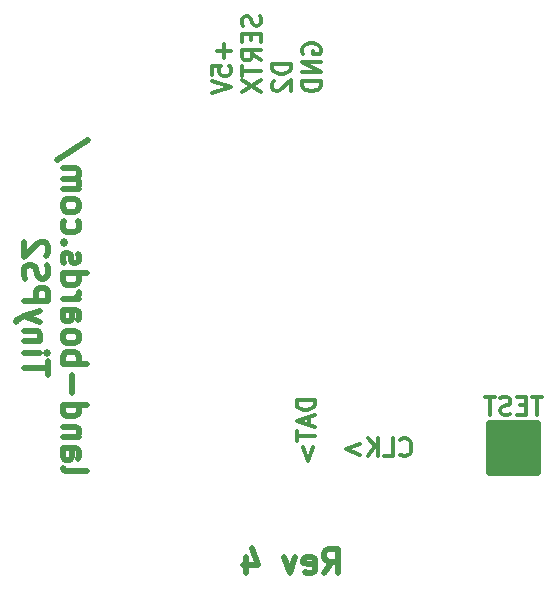
<source format=gbr>
G04 #@! TF.GenerationSoftware,KiCad,Pcbnew,(6.0.1)*
G04 #@! TF.CreationDate,2022-08-01T18:48:13-04:00*
G04 #@! TF.ProjectId,TinyPS2,54696e79-5053-4322-9e6b-696361645f70,X1*
G04 #@! TF.SameCoordinates,Original*
G04 #@! TF.FileFunction,Legend,Bot*
G04 #@! TF.FilePolarity,Positive*
%FSLAX46Y46*%
G04 Gerber Fmt 4.6, Leading zero omitted, Abs format (unit mm)*
G04 Created by KiCad (PCBNEW (6.0.1)) date 2022-08-01 18:48:13*
%MOMM*%
%LPD*%
G01*
G04 APERTURE LIST*
%ADD10C,0.304800*%
%ADD11C,0.508000*%
%ADD12C,0.650000*%
G04 APERTURE END LIST*
D10*
X43760571Y-47788285D02*
X43833142Y-47860857D01*
X44050857Y-47933428D01*
X44196000Y-47933428D01*
X44413714Y-47860857D01*
X44558857Y-47715714D01*
X44631428Y-47570571D01*
X44704000Y-47280285D01*
X44704000Y-47062571D01*
X44631428Y-46772285D01*
X44558857Y-46627142D01*
X44413714Y-46482000D01*
X44196000Y-46409428D01*
X44050857Y-46409428D01*
X43833142Y-46482000D01*
X43760571Y-46554571D01*
X42381714Y-47933428D02*
X43107428Y-47933428D01*
X43107428Y-46409428D01*
X41873714Y-47933428D02*
X41873714Y-46409428D01*
X41002857Y-47933428D02*
X41656000Y-47062571D01*
X41002857Y-46409428D02*
X41873714Y-47280285D01*
X40349714Y-46917428D02*
X39188571Y-47352857D01*
X40349714Y-47788285D01*
D11*
X37301714Y-57815238D02*
X37979047Y-56847619D01*
X38462857Y-57815238D02*
X38462857Y-55783238D01*
X37688761Y-55783238D01*
X37495238Y-55880000D01*
X37398476Y-55976761D01*
X37301714Y-56170285D01*
X37301714Y-56460571D01*
X37398476Y-56654095D01*
X37495238Y-56750857D01*
X37688761Y-56847619D01*
X38462857Y-56847619D01*
X35656761Y-57718476D02*
X35850285Y-57815238D01*
X36237333Y-57815238D01*
X36430857Y-57718476D01*
X36527619Y-57524952D01*
X36527619Y-56750857D01*
X36430857Y-56557333D01*
X36237333Y-56460571D01*
X35850285Y-56460571D01*
X35656761Y-56557333D01*
X35560000Y-56750857D01*
X35560000Y-56944380D01*
X36527619Y-57137904D01*
X34882666Y-56460571D02*
X34398857Y-57815238D01*
X33915047Y-56460571D01*
X30721904Y-56460571D02*
X30721904Y-57815238D01*
X31205714Y-55686476D02*
X31689523Y-57137904D01*
X30431619Y-57137904D01*
X15194521Y-48901047D02*
X15291283Y-49094571D01*
X15484807Y-49191333D01*
X17226521Y-49191333D01*
X15194521Y-47256095D02*
X16258902Y-47256095D01*
X16452426Y-47352857D01*
X16549188Y-47546380D01*
X16549188Y-47933428D01*
X16452426Y-48126952D01*
X15291283Y-47256095D02*
X15194521Y-47449619D01*
X15194521Y-47933428D01*
X15291283Y-48126952D01*
X15484807Y-48223714D01*
X15678331Y-48223714D01*
X15871855Y-48126952D01*
X15968617Y-47933428D01*
X15968617Y-47449619D01*
X16065379Y-47256095D01*
X16549188Y-46288476D02*
X15194521Y-46288476D01*
X16355664Y-46288476D02*
X16452426Y-46191714D01*
X16549188Y-45998190D01*
X16549188Y-45707904D01*
X16452426Y-45514380D01*
X16258902Y-45417619D01*
X15194521Y-45417619D01*
X15194521Y-43579142D02*
X17226521Y-43579142D01*
X15291283Y-43579142D02*
X15194521Y-43772666D01*
X15194521Y-44159714D01*
X15291283Y-44353238D01*
X15388045Y-44450000D01*
X15581569Y-44546761D01*
X16162140Y-44546761D01*
X16355664Y-44450000D01*
X16452426Y-44353238D01*
X16549188Y-44159714D01*
X16549188Y-43772666D01*
X16452426Y-43579142D01*
X15968617Y-42611523D02*
X15968617Y-41063333D01*
X15194521Y-40095714D02*
X17226521Y-40095714D01*
X16452426Y-40095714D02*
X16549188Y-39902190D01*
X16549188Y-39515142D01*
X16452426Y-39321619D01*
X16355664Y-39224857D01*
X16162140Y-39128095D01*
X15581569Y-39128095D01*
X15388045Y-39224857D01*
X15291283Y-39321619D01*
X15194521Y-39515142D01*
X15194521Y-39902190D01*
X15291283Y-40095714D01*
X15194521Y-37966952D02*
X15291283Y-38160476D01*
X15388045Y-38257238D01*
X15581569Y-38354000D01*
X16162140Y-38354000D01*
X16355664Y-38257238D01*
X16452426Y-38160476D01*
X16549188Y-37966952D01*
X16549188Y-37676666D01*
X16452426Y-37483142D01*
X16355664Y-37386380D01*
X16162140Y-37289619D01*
X15581569Y-37289619D01*
X15388045Y-37386380D01*
X15291283Y-37483142D01*
X15194521Y-37676666D01*
X15194521Y-37966952D01*
X15194521Y-35547904D02*
X16258902Y-35547904D01*
X16452426Y-35644666D01*
X16549188Y-35838190D01*
X16549188Y-36225238D01*
X16452426Y-36418761D01*
X15291283Y-35547904D02*
X15194521Y-35741428D01*
X15194521Y-36225238D01*
X15291283Y-36418761D01*
X15484807Y-36515523D01*
X15678331Y-36515523D01*
X15871855Y-36418761D01*
X15968617Y-36225238D01*
X15968617Y-35741428D01*
X16065379Y-35547904D01*
X15194521Y-34580285D02*
X16549188Y-34580285D01*
X16162140Y-34580285D02*
X16355664Y-34483523D01*
X16452426Y-34386761D01*
X16549188Y-34193238D01*
X16549188Y-33999714D01*
X15194521Y-32451523D02*
X17226521Y-32451523D01*
X15291283Y-32451523D02*
X15194521Y-32645047D01*
X15194521Y-33032095D01*
X15291283Y-33225619D01*
X15388045Y-33322380D01*
X15581569Y-33419142D01*
X16162140Y-33419142D01*
X16355664Y-33322380D01*
X16452426Y-33225619D01*
X16549188Y-33032095D01*
X16549188Y-32645047D01*
X16452426Y-32451523D01*
X15291283Y-31580666D02*
X15194521Y-31387142D01*
X15194521Y-31000095D01*
X15291283Y-30806571D01*
X15484807Y-30709809D01*
X15581569Y-30709809D01*
X15775093Y-30806571D01*
X15871855Y-31000095D01*
X15871855Y-31290380D01*
X15968617Y-31483904D01*
X16162140Y-31580666D01*
X16258902Y-31580666D01*
X16452426Y-31483904D01*
X16549188Y-31290380D01*
X16549188Y-31000095D01*
X16452426Y-30806571D01*
X15388045Y-29838952D02*
X15291283Y-29742190D01*
X15194521Y-29838952D01*
X15291283Y-29935714D01*
X15388045Y-29838952D01*
X15194521Y-29838952D01*
X15291283Y-28000476D02*
X15194521Y-28194000D01*
X15194521Y-28581047D01*
X15291283Y-28774571D01*
X15388045Y-28871333D01*
X15581569Y-28968095D01*
X16162140Y-28968095D01*
X16355664Y-28871333D01*
X16452426Y-28774571D01*
X16549188Y-28581047D01*
X16549188Y-28194000D01*
X16452426Y-28000476D01*
X15194521Y-26839333D02*
X15291283Y-27032857D01*
X15388045Y-27129619D01*
X15581569Y-27226380D01*
X16162140Y-27226380D01*
X16355664Y-27129619D01*
X16452426Y-27032857D01*
X16549188Y-26839333D01*
X16549188Y-26549047D01*
X16452426Y-26355523D01*
X16355664Y-26258761D01*
X16162140Y-26162000D01*
X15581569Y-26162000D01*
X15388045Y-26258761D01*
X15291283Y-26355523D01*
X15194521Y-26549047D01*
X15194521Y-26839333D01*
X15194521Y-25291142D02*
X16549188Y-25291142D01*
X16355664Y-25291142D02*
X16452426Y-25194380D01*
X16549188Y-25000857D01*
X16549188Y-24710571D01*
X16452426Y-24517047D01*
X16258902Y-24420285D01*
X15194521Y-24420285D01*
X16258902Y-24420285D02*
X16452426Y-24323523D01*
X16549188Y-24130000D01*
X16549188Y-23839714D01*
X16452426Y-23646190D01*
X16258902Y-23549428D01*
X15194521Y-23549428D01*
X17323283Y-21130380D02*
X14710712Y-22872095D01*
X13955001Y-41014952D02*
X13955001Y-39853809D01*
X11923001Y-40434380D02*
X13955001Y-40434380D01*
X11923001Y-39176476D02*
X13277668Y-39176476D01*
X13955001Y-39176476D02*
X13858240Y-39273238D01*
X13761478Y-39176476D01*
X13858240Y-39079714D01*
X13955001Y-39176476D01*
X13761478Y-39176476D01*
X13277668Y-38208857D02*
X11923001Y-38208857D01*
X13084144Y-38208857D02*
X13180906Y-38112095D01*
X13277668Y-37918571D01*
X13277668Y-37628285D01*
X13180906Y-37434761D01*
X12987382Y-37338000D01*
X11923001Y-37338000D01*
X13277668Y-36563904D02*
X11923001Y-36080095D01*
X13277668Y-35596285D02*
X11923001Y-36080095D01*
X11439192Y-36273619D01*
X11342430Y-36370380D01*
X11245668Y-36563904D01*
X11923001Y-34822190D02*
X13955001Y-34822190D01*
X13955001Y-34048095D01*
X13858240Y-33854571D01*
X13761478Y-33757809D01*
X13567954Y-33661047D01*
X13277668Y-33661047D01*
X13084144Y-33757809D01*
X12987382Y-33854571D01*
X12890620Y-34048095D01*
X12890620Y-34822190D01*
X12019763Y-32886952D02*
X11923001Y-32596666D01*
X11923001Y-32112857D01*
X12019763Y-31919333D01*
X12116525Y-31822571D01*
X12310049Y-31725809D01*
X12503573Y-31725809D01*
X12697097Y-31822571D01*
X12793859Y-31919333D01*
X12890620Y-32112857D01*
X12987382Y-32499904D01*
X13084144Y-32693428D01*
X13180906Y-32790190D01*
X13374430Y-32886952D01*
X13567954Y-32886952D01*
X13761478Y-32790190D01*
X13858240Y-32693428D01*
X13955001Y-32499904D01*
X13955001Y-32016095D01*
X13858240Y-31725809D01*
X13761478Y-30951714D02*
X13858240Y-30854952D01*
X13955001Y-30661428D01*
X13955001Y-30177619D01*
X13858240Y-29984095D01*
X13761478Y-29887333D01*
X13567954Y-29790571D01*
X13374430Y-29790571D01*
X13084144Y-29887333D01*
X11923001Y-31048476D01*
X11923001Y-29790571D01*
D10*
X36503428Y-43143714D02*
X34979428Y-43143714D01*
X34979428Y-43506571D01*
X35052000Y-43724285D01*
X35197142Y-43869428D01*
X35342285Y-43942000D01*
X35632571Y-44014571D01*
X35850285Y-44014571D01*
X36140571Y-43942000D01*
X36285714Y-43869428D01*
X36430857Y-43724285D01*
X36503428Y-43506571D01*
X36503428Y-43143714D01*
X36068000Y-44595142D02*
X36068000Y-45320857D01*
X36503428Y-44450000D02*
X34979428Y-44958000D01*
X36503428Y-45466000D01*
X34979428Y-45756285D02*
X34979428Y-46627142D01*
X36503428Y-46191714D02*
X34979428Y-46191714D01*
X35487428Y-47135142D02*
X35922857Y-48296285D01*
X36358285Y-47135142D01*
X28821343Y-13046165D02*
X28821343Y-14207308D01*
X29421267Y-13626737D02*
X28221419Y-13626737D01*
X27846467Y-15658737D02*
X27846467Y-14933022D01*
X28596372Y-14860451D01*
X28521381Y-14933022D01*
X28446391Y-15078165D01*
X28446391Y-15441022D01*
X28521381Y-15586165D01*
X28596372Y-15658737D01*
X28746353Y-15731308D01*
X29121305Y-15731308D01*
X29271286Y-15658737D01*
X29346277Y-15586165D01*
X29421267Y-15441022D01*
X29421267Y-15078165D01*
X29346277Y-14933022D01*
X29271286Y-14860451D01*
X27846467Y-16166737D02*
X29421267Y-16674737D01*
X27846467Y-17182737D01*
X31881705Y-10651308D02*
X31956695Y-10869022D01*
X31956695Y-11231880D01*
X31881705Y-11377022D01*
X31806714Y-11449594D01*
X31656733Y-11522165D01*
X31506752Y-11522165D01*
X31356771Y-11449594D01*
X31281781Y-11377022D01*
X31206790Y-11231880D01*
X31131800Y-10941594D01*
X31056809Y-10796451D01*
X30981819Y-10723880D01*
X30831838Y-10651308D01*
X30681857Y-10651308D01*
X30531876Y-10723880D01*
X30456886Y-10796451D01*
X30381895Y-10941594D01*
X30381895Y-11304451D01*
X30456886Y-11522165D01*
X31131800Y-12175308D02*
X31131800Y-12683308D01*
X31956695Y-12901022D02*
X31956695Y-12175308D01*
X30381895Y-12175308D01*
X30381895Y-12901022D01*
X31956695Y-14425022D02*
X31206790Y-13917022D01*
X31956695Y-13554165D02*
X30381895Y-13554165D01*
X30381895Y-14134737D01*
X30456886Y-14279880D01*
X30531876Y-14352451D01*
X30681857Y-14425022D01*
X30906828Y-14425022D01*
X31056809Y-14352451D01*
X31131800Y-14279880D01*
X31206790Y-14134737D01*
X31206790Y-13554165D01*
X30381895Y-14860451D02*
X30381895Y-15731308D01*
X31956695Y-15295880D02*
X30381895Y-15295880D01*
X30381895Y-16094165D02*
X31956695Y-17110165D01*
X30381895Y-17110165D02*
X31956695Y-16094165D01*
X34492123Y-14715308D02*
X32917323Y-14715308D01*
X32917323Y-15078165D01*
X32992314Y-15295880D01*
X33142294Y-15441022D01*
X33292275Y-15513594D01*
X33592237Y-15586165D01*
X33817209Y-15586165D01*
X34117171Y-15513594D01*
X34267152Y-15441022D01*
X34417133Y-15295880D01*
X34492123Y-15078165D01*
X34492123Y-14715308D01*
X33067304Y-16166737D02*
X32992314Y-16239308D01*
X32917323Y-16384451D01*
X32917323Y-16747308D01*
X32992314Y-16892451D01*
X33067304Y-16965022D01*
X33217285Y-17037594D01*
X33367266Y-17037594D01*
X33592237Y-16965022D01*
X34492123Y-16094165D01*
X34492123Y-17037594D01*
X35527742Y-13844451D02*
X35452751Y-13699308D01*
X35452751Y-13481594D01*
X35527742Y-13263880D01*
X35677722Y-13118737D01*
X35827703Y-13046165D01*
X36127665Y-12973594D01*
X36352637Y-12973594D01*
X36652599Y-13046165D01*
X36802580Y-13118737D01*
X36952561Y-13263880D01*
X37027551Y-13481594D01*
X37027551Y-13626737D01*
X36952561Y-13844451D01*
X36877570Y-13917022D01*
X36352637Y-13917022D01*
X36352637Y-13626737D01*
X37027551Y-14570165D02*
X35452751Y-14570165D01*
X37027551Y-15441022D01*
X35452751Y-15441022D01*
X37027551Y-16166737D02*
X35452751Y-16166737D01*
X35452751Y-16529594D01*
X35527742Y-16747308D01*
X35677722Y-16892451D01*
X35827703Y-16965022D01*
X36127665Y-17037594D01*
X36352637Y-17037594D01*
X36652599Y-16965022D01*
X36802580Y-16892451D01*
X36952561Y-16747308D01*
X37027551Y-16529594D01*
X37027551Y-16166737D01*
X55771142Y-42909428D02*
X54900285Y-42909428D01*
X55335714Y-44433428D02*
X55335714Y-42909428D01*
X54392285Y-43635142D02*
X53884285Y-43635142D01*
X53666571Y-44433428D02*
X54392285Y-44433428D01*
X54392285Y-42909428D01*
X53666571Y-42909428D01*
X53086000Y-44360857D02*
X52868285Y-44433428D01*
X52505428Y-44433428D01*
X52360285Y-44360857D01*
X52287714Y-44288285D01*
X52215142Y-44143142D01*
X52215142Y-43998000D01*
X52287714Y-43852857D01*
X52360285Y-43780285D01*
X52505428Y-43707714D01*
X52795714Y-43635142D01*
X52940857Y-43562571D01*
X53013428Y-43490000D01*
X53086000Y-43344857D01*
X53086000Y-43199714D01*
X53013428Y-43054571D01*
X52940857Y-42982000D01*
X52795714Y-42909428D01*
X52432857Y-42909428D01*
X52215142Y-42982000D01*
X51779714Y-42909428D02*
X50908857Y-42909428D01*
X51344285Y-44433428D02*
X51344285Y-42909428D01*
D12*
X55340000Y-47244000D02*
X51340000Y-47244000D01*
X51340000Y-46744000D02*
X55340000Y-46744000D01*
X51340000Y-45244000D02*
X51340000Y-45744000D01*
X51340000Y-47744000D02*
X54840000Y-47744000D01*
X55340000Y-47744000D02*
X55340000Y-48244000D01*
X55340000Y-49244000D02*
X51340000Y-49244000D01*
X51340000Y-47244000D02*
X51340000Y-47744000D01*
X55340000Y-46744000D02*
X55340000Y-47244000D01*
X51340000Y-45244000D02*
X55340000Y-45244000D01*
X51340000Y-49244000D02*
X51340000Y-45244000D01*
X51340000Y-45744000D02*
X55340000Y-45744000D01*
X55340000Y-48244000D02*
X51340000Y-48244000D01*
X51340000Y-46244000D02*
X51340000Y-46744000D01*
X55340000Y-46244000D02*
X51340000Y-46244000D01*
X54840000Y-47744000D02*
X55340000Y-47744000D01*
X55340000Y-45244000D02*
X55340000Y-49244000D01*
X51340000Y-48244000D02*
X51340000Y-48744000D01*
X51340000Y-48744000D02*
X55340000Y-48744000D01*
X55340000Y-45744000D02*
X55340000Y-46244000D01*
M02*

</source>
